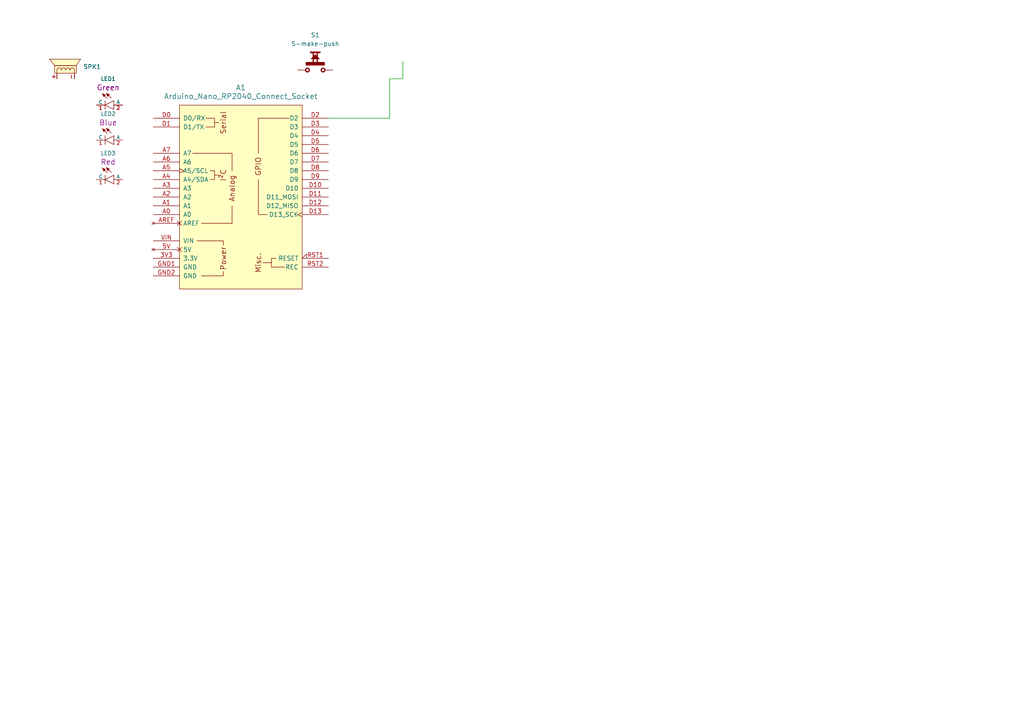
<source format=kicad_sch>
(kicad_sch (version 20230121) (generator eeschema)
  (paper "A4")
  (lib_symbols
    (symbol "PCM_4ms_Inductor:Speaker-generic" (pin_names (offset 1.016) hide)
      (property "Reference" "SPK" (at 0 5.715 0))
      (symbol "Speaker-generic_0_1"
        (rectangle (start -0.889 3.175) (end 1.27 -3.048) (fill (type background)))
        (arc (start 0 -2.54) (mid 0.6323 -1.905) (end 0 -1.27))
        (arc (start 0 -1.27) (mid 0.6323 -0.635) (end 0 0))
        (polyline (pts (xy 0 -2.54) (xy -1.27 -2.54)))
        (polyline (pts (xy 1.27 3.175) (xy 3.175 4.699) (xy 3.175 -4.318) (xy 1.27 -3.048) (xy 1.27 3.175)) (fill (type background)))
        (arc (start 0 0) (mid 0.6323 0.635) (end 0 1.27))
        (arc (start 0 1.27) (mid 0.6323 1.905) (end 0 2.54))
      )
      (symbol "Speaker-generic_1_1"
        (polyline (pts (xy 0 2.54) (xy -1.27 2.54)))
        (pin passive line (at -2.54 2.54 0) (length 1.27) (name "+") (number "+"))
        (pin passive line (at -2.54 -2.54 0) (length 1.27) (name "-") (number "-"))
      )
    )
    (symbol "PCM_4ms_LED:Blue_56mcd_0603" (pin_names (offset 0))
      (property "Reference" "LED" (at -1.27 -5.08 0))
      (property "Display" "Blue" (at 0 -2.54 0))
      (symbol "Blue_56mcd_0603_1_0"
        (polyline (pts (xy 0 -1.27) (xy 0 0)))
        (polyline (pts (xy 0 0) (xy 0 1.27)))
        (polyline (pts (xy 0 0) (xy 2.54 1.27)))
        (polyline (pts (xy 0.635 1.905) (xy -0.762 3.302)))
        (polyline (pts (xy 1.778 2.032) (xy 0.381 3.429)))
        (polyline (pts (xy 2.54 -1.27) (xy 0 0)))
        (polyline (pts (xy 2.54 -1.27) (xy 2.54 1.27)))
      )
      (symbol "Blue_56mcd_0603_1_1"
        (polyline (pts (xy -0.762 3.302) (xy 0.127 2.921) (xy 0.127 2.921) (xy -0.381 2.413) (xy -0.381 2.413) (xy -0.762 3.302)) (fill (type outline)))
        (polyline (pts (xy 0.381 3.429) (xy 1.27 3.048) (xy 1.27 3.048) (xy 0.762 2.54) (xy 0.762 2.54) (xy 0.381 3.429)) (fill (type outline)))
        (pin passive line (at -2.54 0 0) (length 2.54) (name "C") (number "1"))
        (pin passive line (at 5.08 0 180) (length 2.54) (name "A") (number "2"))
      )
    )
    (symbol "PCM_4ms_LED:Green_350mcd_0603" (pin_names (offset 0))
      (property "Reference" "LED" (at -1.27 -5.08 0))
      (property "Display" "Green" (at 0 -2.54 0))
      (symbol "Green_350mcd_0603_1_0"
        (polyline (pts (xy 0 -1.27) (xy 0 0)))
        (polyline (pts (xy 0 0) (xy 0 1.27)))
        (polyline (pts (xy 0 0) (xy 2.54 1.27)))
        (polyline (pts (xy 0.635 1.905) (xy -0.762 3.302)))
        (polyline (pts (xy 1.778 2.032) (xy 0.381 3.429)))
        (polyline (pts (xy 2.54 -1.27) (xy 0 0)))
        (polyline (pts (xy 2.54 -1.27) (xy 2.54 1.27)))
      )
      (symbol "Green_350mcd_0603_1_1"
        (polyline (pts (xy -0.762 3.302) (xy 0.127 2.921) (xy 0.127 2.921) (xy -0.381 2.413) (xy -0.381 2.413) (xy -0.762 3.302)) (fill (type outline)))
        (polyline (pts (xy 0.381 3.429) (xy 1.27 3.048) (xy 1.27 3.048) (xy 0.762 2.54) (xy 0.762 2.54) (xy 0.381 3.429)) (fill (type outline)))
        (pin passive line (at -2.54 0 0) (length 2.54) (name "C") (number "1"))
        (pin passive line (at 5.08 0 180) (length 2.54) (name "A") (number "2"))
      )
    )
    (symbol "PCM_4ms_LED:Red_100mcd_0603" (pin_names (offset 0))
      (property "Reference" "LED" (at -1.27 -5.08 0))
      (property "Display" "Red" (at 0 -2.54 0))
      (symbol "Red_100mcd_0603_1_0"
        (polyline (pts (xy 0 -1.27) (xy 0 0)))
        (polyline (pts (xy 0 0) (xy 0 1.27)))
        (polyline (pts (xy 0 0) (xy 2.54 1.27)))
        (polyline (pts (xy 0.635 1.905) (xy -0.762 3.302)))
        (polyline (pts (xy 1.778 2.032) (xy 0.381 3.429)))
        (polyline (pts (xy 2.54 -1.27) (xy 0 0)))
        (polyline (pts (xy 2.54 -1.27) (xy 2.54 1.27)))
      )
      (symbol "Red_100mcd_0603_1_1"
        (polyline (pts (xy -0.762 3.302) (xy 0.127 2.921) (xy 0.127 2.921) (xy -0.381 2.413) (xy -0.381 2.413) (xy -0.762 3.302)) (fill (type outline)))
        (polyline (pts (xy 0.381 3.429) (xy 1.27 3.048) (xy 1.27 3.048) (xy 0.762 2.54) (xy 0.762 2.54) (xy 0.381 3.429)) (fill (type outline)))
        (pin passive line (at -2.54 0 0) (length 2.54) (name "C") (number "1"))
        (pin passive line (at 5.08 0 180) (length 2.54) (name "A") (number "2"))
      )
    )
    (symbol "PCM_Elektuur:S-make-push" (pin_numbers hide) (pin_names (offset 0) hide)
      (property "Reference" "S" (at 1.27 3.175 0))
      (property "Value" "S-make-push" (at 1.27 -3.175 0))
      (symbol "S-make-push_1_1"
        (rectangle (start -5.2578 1.397) (end -5.0038 -1.397) (stroke (width 0.254)) (fill (type outline)))
        (rectangle (start -2.2098 2.6416) (end -1.4478 -2.6416) (stroke (width 0.254)) (fill (type outline)))
        (circle (center 0 -2.2606) (radius 0.5334) (stroke (width 0.3556)))
        (polyline (pts (xy -4.953 -0.5842) (xy -2.2606 -0.5842)) (stroke (width 0.3556)))
        (polyline (pts (xy -4.953 0.5842) (xy -2.2606 0.5842)) (stroke (width 0.3556)))
        (polyline (pts (xy -4.3942 0) (xy -3.2766 -1.1176) (xy -3.2766 1.1176) (xy -4.3942 0)) (stroke (width 0.254)) (fill (type outline)))
        (circle (center 0 2.2606) (radius 0.5334) (stroke (width 0.3556)))
        (pin passive line (at 0 -5.08 90) (length 2.2352) (name "3") (number "3"))
        (pin passive line (at 0 5.08 270) (length 2.2352) (name "4") (number "4"))
      )
      (symbol "S-make-push_1_2"
        (rectangle (start -5.2578 1.397) (end -5.0038 -1.397) (stroke (width 0.254)) (fill (type outline)))
        (rectangle (start -2.2098 2.413) (end -1.4478 -2.413) (stroke (width 0.254)) (fill (type outline)))
        (circle (center 0 -2.032) (radius 0.5334) (stroke (width 0.3556)))
        (polyline (pts (xy -4.953 -0.5842) (xy -2.2606 -0.5842)) (stroke (width 0.3556)))
        (polyline (pts (xy -4.953 0.5842) (xy -2.2606 0.5842)) (stroke (width 0.3556)))
        (polyline (pts (xy -4.3942 0) (xy -3.2766 -1.1176) (xy -3.2766 1.1176) (xy -4.3942 0)) (stroke (width 0.254)) (fill (type outline)))
        (circle (center 0 2.032) (radius 0.5334) (stroke (width 0.3556)))
        (pin passive line (at 0 -5.08 90) (length 2.4638) (name "3") (number "3"))
        (pin passive line (at 0 5.08 270) (length 2.4638) (name "4") (number "4"))
      )
      (symbol "S-make-push_1_3"
        (rectangle (start -6.2738 1.397) (end -6.0198 -1.397) (stroke (width 0.254)) (fill (type outline)))
        (rectangle (start -3.2258 2.6416) (end -2.4638 -2.6416) (stroke (width 0.254)) (fill (type outline)))
        (circle (center 0 -2.2606) (radius 0.5334) (stroke (width 0.3556)))
        (polyline (pts (xy -5.969 -0.5842) (xy -3.2766 -0.5842)) (stroke (width 0.3556)))
        (polyline (pts (xy -5.969 0.5842) (xy -3.2766 0.5842)) (stroke (width 0.3556)))
        (polyline (pts (xy -5.4102 0) (xy -4.2926 -1.1176) (xy -4.2926 1.1176) (xy -5.4102 0)) (stroke (width 0.254)) (fill (type outline)))
        (circle (center 0 2.2606) (radius 0.5334) (stroke (width 0.3556)))
        (pin passive line (at 0 -5.08 90) (length 2.2352) (name "3") (number "3"))
        (pin passive line (at 0 5.08 270) (length 2.2352) (name "4") (number "4"))
      )
      (symbol "S-make-push_1_4"
        (rectangle (start -6.2738 1.397) (end -6.0198 -1.397) (stroke (width 0.254)) (fill (type outline)))
        (rectangle (start -3.2258 2.413) (end -2.4638 -2.413) (stroke (width 0.254)) (fill (type outline)))
        (circle (center 0 -2.032) (radius 0.5334) (stroke (width 0.3556)))
        (polyline (pts (xy -5.969 -0.5842) (xy -3.2766 -0.5842)) (stroke (width 0.3556)))
        (polyline (pts (xy -5.969 0.5842) (xy -3.2766 0.5842)) (stroke (width 0.3556)))
        (polyline (pts (xy -5.4102 0) (xy -4.2926 -1.1176) (xy -4.2926 1.1176) (xy -5.4102 0)) (stroke (width 0.254)) (fill (type outline)))
        (circle (center 0 2.032) (radius 0.5334) (stroke (width 0.3556)))
        (pin passive line (at 0 -5.08 90) (length 2.4638) (name "3") (number "3"))
        (pin passive line (at 0 5.08 270) (length 2.4638) (name "4") (number "4"))
      )
    )
    (symbol "PCM_arduino-library:Arduino_Nano_RP2040_Connect_Socket" (pin_names (offset 1.016))
      (property "Reference" "A" (at 0 33.02 0))
      (property "Value" "Arduino_Nano_RP2040_Connect_Socket" (at 0 29.21 0))
      (symbol "Arduino_Nano_RP2040_Connect_Socket_0_0"
        (rectangle (start -17.78 26.67) (end 17.78 -26.67) (fill (type background)))
        (polyline (pts (xy -7.62 6.35) (xy -6.35 6.35)))
        (polyline (pts (xy -7.62 21.59) (xy -6.35 21.59)))
        (polyline (pts (xy 8.89 -19.05) (xy 6.35 -19.05)))
        (polyline (pts (xy -11.43 -22.86) (xy -5.08 -22.86) (xy -5.08 -21.59)))
        (polyline (pts (xy -5.08 -13.97) (xy -5.08 -12.7) (xy -12.7 -12.7)))
        (polyline (pts (xy -10.16 22.86) (xy -7.62 22.86) (xy -7.62 20.32) (xy -10.16 20.32)))
        (polyline (pts (xy -8.89 7.62) (xy -7.62 7.62) (xy -7.62 5.08) (xy -8.89 5.08)))
        (text "Analog" (at -2.54 2.54 900) (effects (font (size 1.524 1.524))))
        (text "I²C" (at -5.08 6.35 900) (effects (font (size 1.524 1.524))))
        (text "Misc." (at 5.08 -19.05 900) (effects (font (size 1.524 1.524))))
        (text "Power" (at -5.08 -17.78 900) (effects (font (size 1.524 1.524))))
        (text "Serial" (at -5.08 21.59 900) (effects (font (size 1.524 1.524))))
      )
      (symbol "Arduino_Nano_RP2040_Connect_Socket_0_1"
        (polyline (pts (xy -13.97 12.7) (xy -2.54 12.7) (xy -2.54 7.62)))
        (polyline (pts (xy -11.43 -7.62) (xy -2.54 -7.62) (xy -2.54 -2.54)))
        (polyline (pts (xy 7.62 -5.08) (xy 5.08 -5.08) (xy 5.08 5.08)))
        (polyline (pts (xy 13.97 22.86) (xy 5.08 22.86) (xy 5.08 12.7)))
        (polyline (pts (xy 10.16 -17.78) (xy 8.89 -17.78) (xy 8.89 -20.32) (xy 12.7 -20.32)))
      )
      (symbol "Arduino_Nano_RP2040_Connect_Socket_1_0"
        (text "GPIO" (at 5.08 8.89 900) (effects (font (size 1.524 1.524))))
      )
      (symbol "Arduino_Nano_RP2040_Connect_Socket_1_1"
        (pin power_in line (at -25.4 -17.78 0) (length 7.62) (name "3.3V") (number "3V3"))
        (pin no_connect non_logic (at -25.4 -15.24 0) (length 7.62) (name "5V") (number "5V"))
        (pin bidirectional line (at -25.4 -5.08 0) (length 7.62) (name "A0") (number "A0"))
        (pin bidirectional line (at -25.4 -2.54 0) (length 7.62) (name "A1") (number "A1"))
        (pin bidirectional line (at -25.4 0 0) (length 7.62) (name "A2") (number "A2"))
        (pin bidirectional line (at -25.4 2.54 0) (length 7.62) (name "A3") (number "A3"))
        (pin bidirectional line (at -25.4 5.08 0) (length 7.62) (name "A4/SDA") (number "A4"))
        (pin bidirectional clock (at -25.4 7.62 0) (length 7.62) (name "A5/SCL") (number "A5"))
        (pin input line (at -25.4 10.16 0) (length 7.62) (name "A6") (number "A6"))
        (pin input line (at -25.4 12.7 0) (length 7.62) (name "A7") (number "A7"))
        (pin no_connect non_logic (at -25.4 -7.62 0) (length 7.62) (name "AREF") (number "AREF"))
        (pin bidirectional line (at -25.4 22.86 0) (length 7.62) (name "D0/RX") (number "D0"))
        (pin bidirectional line (at -25.4 20.32 0) (length 7.62) (name "D1/TX") (number "D1"))
        (pin bidirectional line (at 25.4 2.54 180) (length 7.62) (name "D10") (number "D10"))
        (pin bidirectional line (at 25.4 0 180) (length 7.62) (name "D11_MOSI") (number "D11"))
        (pin bidirectional line (at 25.4 -2.54 180) (length 7.62) (name "D12_MISO") (number "D12"))
        (pin bidirectional clock (at 25.4 -5.08 180) (length 7.62) (name "D13_SCK") (number "D13"))
        (pin bidirectional line (at 25.4 22.86 180) (length 7.62) (name "D2") (number "D2"))
        (pin bidirectional line (at 25.4 20.32 180) (length 7.62) (name "D3") (number "D3"))
        (pin bidirectional line (at 25.4 17.78 180) (length 7.62) (name "D4") (number "D4"))
        (pin bidirectional line (at 25.4 15.24 180) (length 7.62) (name "D5") (number "D5"))
        (pin bidirectional line (at 25.4 12.7 180) (length 7.62) (name "D6") (number "D6"))
        (pin bidirectional line (at 25.4 10.16 180) (length 7.62) (name "D7") (number "D7"))
        (pin bidirectional line (at 25.4 7.62 180) (length 7.62) (name "D8") (number "D8"))
        (pin bidirectional line (at 25.4 5.08 180) (length 7.62) (name "D9") (number "D9"))
        (pin power_in line (at -25.4 -20.32 0) (length 7.62) (name "GND") (number "GND1"))
        (pin power_in line (at -25.4 -22.86 0) (length 7.62) (name "GND") (number "GND2"))
        (pin open_collector input_low (at 25.4 -17.78 180) (length 7.62) (name "RESET") (number "RST1"))
        (pin bidirectional line (at 25.4 -20.32 180) (length 7.62) (name "REC") (number "RST2"))
        (pin power_in line (at -25.4 -12.7 0) (length 7.62) (name "VIN") (number "VIN"))
      )
    )
  )
  (wire (pts (xy 116.84 22.86) (xy 116.84 17.78)))
  (wire (pts (xy 113.03 22.86) (xy 116.84 22.86)))
  (wire (pts (xy 113.03 22.86) (xy 113.03 34.29)))
  (wire (pts (xy 95.25 34.29) (xy 113.03 34.29)))
  (symbol (lib_id "PCM_4ms_LED:Red_100mcd_0603") (at 30.48 52.07 0) (unit 1)
    (property "Reference" "LED3" (at 31.369 44.45 0) (effects (font (size 1.143 1.143))))
    (property "Value" "Red_100mcd_0603" (effects hide))
    (property "Footprint" "PCM_4ms_LED:LED_3mm_C1A2_Polarity_Indicator" (effects hide))
    (property "Specifications" "LED Red 0603 Lum>=100mcd @ 20mA" (effects hide))
    (property "Manufacturer" "Kingbright" (effects hide))
    (property "Part Number" "AP1608SRCPRV" (effects hide))
    (property "Display" "Red" (at 31.369 46.99 0) (effects (font (size 1.524 1.524))))
    (property "Manufacturer 2" "Inolux" (effects hide))
    (property "Part Number 2" "IN-S63BTR" (effects hide))
    (property "Manufacturer 3" "Kingbright" (effects hide))
    (property "Part Number 3" "AP1608SURCK" (effects hide))
    (property "Manufacturer 4" "OSRAM Opto" (effects hide))
    (property "Part Number 4" "LS Q976-NR-1" (effects hide))
  )
  (symbol (lib_id "PCM_arduino-library:Arduino_Nano_RP2040_Connect_Socket") (at 69.85 57.15 0) (unit 1)
    (property "Reference" "A1" (at 69.85 25.4 0) (effects (font (size 1.524 1.524))))
    (property "Value" "Arduino_Nano_RP2040_Connect_Socket" (at 69.85 27.94 0) (effects (font (size 1.524 1.524))))
    (property "Footprint" "PCM_arduino-library:Arduino_Nano_Every_Socket" (effects hide))
    (property "Datasheet" "https://docs.arduino.cc/hardware/nano-rp2040-connect" (effects hide))
  )
  (symbol (lib_id "PCM_Elektuur:S-make-push") (at 91.44 20.32 270) (unit 1)
    (property "Reference" "S1" (at 91.44 10.16 90))
    (property "Value" "S-make-push" (at 91.44 12.7 90))
    (property "Sim.Pins" "3=1 3=2 3=3 3=4 4=5 4=6 4=7 4=8" (effects hide))
    (property "Sim.Device" "SPICE" (effects hide))
    (property "Sim.Params" "X" (effects hide))
    (property "Rating" "V/A" (effects hide))
  )
  (symbol (lib_id "PCM_4ms_LED:Blue_56mcd_0603") (at 30.48 40.64 0) (unit 1)
    (property "Reference" "LED2" (at 31.369 33.02 0) (effects (font (size 1.143 1.143))))
    (property "Value" "Blue_56mcd_0603" (effects hide))
    (property "Footprint" "PCM_4ms_LED:LED_3mm_C1A2_Polarity_Indicator" (effects hide))
    (property "Specifications" "Blue 470nm 0603, >40mcd@20mA" (effects hide))
    (property "Manufacturer" "Inolux" (effects hide))
    (property "Part Number" "IN-S63AT5B" (effects hide))
    (property "Display" "Blue" (at 31.369 35.56 0) (effects (font (size 1.524 1.524))))
    (property "Manufacturer 2" "Kingbright" (effects hide))
    (property "Part Number 2" "APT1608QBC/D" (effects hide))
  )
  (symbol (lib_id "PCM_4ms_LED:Green_350mcd_0603") (at 30.48 30.48 0) (unit 1)
    (property "Reference" "LED1" (at 31.369 22.86 0) (effects (font (size 1.143 1.143))))
    (property "Value" "Green_350mcd_0603" (effects hide))
    (property "Footprint" "PCM_4ms_LED:LED_3mm_C1A2_Polarity_Indicator" (effects hide))
    (property "Specifications" "SMD True Green LED" (effects hide))
    (property "Manufacturer" "Inolux" (effects hide))
    (property "Part Number" "IN-S63AT5G" (effects hide))
    (property "Display" "Green" (at 31.369 25.4 0) (effects (font (size 1.524 1.524))))
  )
  (symbol (lib_id "PCM_4ms_Inductor:Speaker-generic") (at 19.05 20.32 90) (unit 1)
    (property "Reference" "SPK1" (at 24.13 19.3675 90) (effects (justify right)))
    (property "Value" "Speaker-generic" (effects hide))
  )
)
</source>
